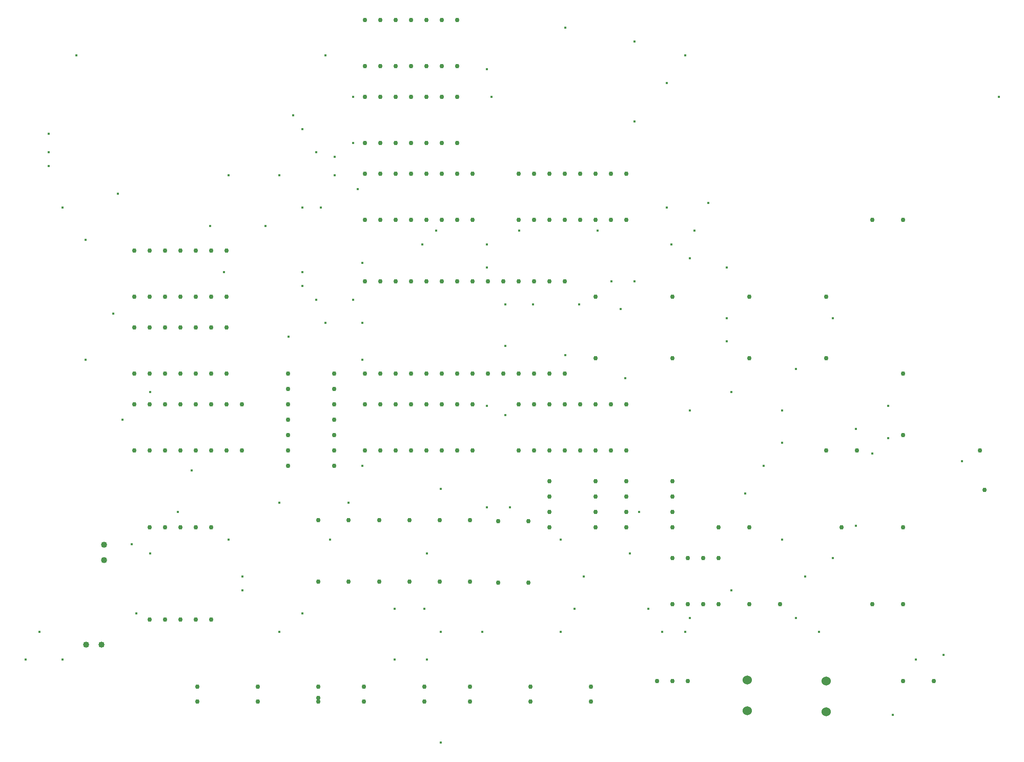
<source format=gbr>
G04 PROTEUS GERBER X2 FILE*
%TF.GenerationSoftware,Labcenter,Proteus,8.16-SP3-Build36097*%
%TF.CreationDate,2024-05-06T12:20:01+00:00*%
%TF.FileFunction,Plated,1,2,PTH*%
%TF.FilePolarity,Positive*%
%TF.Part,Single*%
%TF.SameCoordinates,{807a0646-054e-4b8c-a3a0-1762012dc6c7}*%
%FSLAX45Y45*%
%MOMM*%
G01*
%TA.AperFunction,ViaDrill*%
%ADD56C,0.381000*%
%TA.AperFunction,ComponentDrill*%
%ADD57C,0.762000*%
%ADD58C,1.524000*%
%ADD59C,1.016000*%
%TA.AperFunction,OtherDrill,Unknown*%
%ADD60C,0.762000*%
%TD.AperFunction*%
D56*
X+3657600Y-2133600D03*
X-7086600Y-2209800D03*
X+5152000Y-711200D03*
X-1981200Y-1295400D03*
X-6096000Y-990600D03*
X+2438400Y+3429000D03*
X-1981200Y-5486400D03*
X-4648200Y-1524000D03*
X-4648200Y-3657600D03*
X+1219200Y+6096000D03*
X-1295400Y-3657600D03*
X-1219200Y-1600200D03*
X-1981200Y-3657600D03*
X+1219200Y+4775200D03*
X-5791200Y+3048000D03*
X-4876800Y+3048000D03*
X-8001000Y+5867400D03*
X-3886200Y+5867400D03*
X+1752600Y+3352800D03*
X+1752600Y+5410200D03*
X-3505200Y-1524000D03*
X-6324600Y-1676400D03*
X-7239000Y-152400D03*
X-6781800Y+304800D03*
X-7391400Y+1600200D03*
X+6324600Y-4038600D03*
X+228600Y-3276600D03*
X+1447800Y-3276600D03*
X-5486400Y+3886200D03*
X-4648200Y+3886200D03*
X-4495800Y+1219200D03*
X-4419600Y+4876800D03*
X+76200Y+6324600D03*
X-4038600Y+1828800D03*
X-6781800Y-2362200D03*
X-2209800Y-2362200D03*
X+3048000Y-1371600D03*
X+2743200Y+1143000D03*
X-914400Y+1066800D03*
X-3429000Y+1828800D03*
X+76200Y+914400D03*
X+304800Y+1752600D03*
X-457200Y+1752600D03*
X+2209800Y+2971800D03*
X+609600Y+2971800D03*
X-685800Y+2971800D03*
X+5867400Y-4114800D03*
X+4495800Y+1524000D03*
X+2743200Y+1524000D03*
X+2743200Y+2362200D03*
X+1219200Y+2133600D03*
X+838200Y+2133600D03*
X-914400Y+1752600D03*
X-1219200Y+5638800D03*
X+7239000Y+5181600D03*
X-1143000Y+5181600D03*
X-3733800Y+4191000D03*
X-8458200Y+4038600D03*
X-3276600Y+2438400D03*
X-7848600Y+2819400D03*
X-7848600Y+838200D03*
X-5257800Y-2971800D03*
X-5257800Y-2743200D03*
X+1828800Y+2743200D03*
X-2057400Y+2971800D03*
X+990600Y+1676400D03*
X-1219200Y+2362200D03*
X-1219200Y+2743200D03*
X-2286000Y+2743200D03*
X+3657600Y-533400D03*
X+3657600Y+0D03*
X+2133600Y+0D03*
X+2133600Y+2514600D03*
X-8610600Y-3657600D03*
X-8458200Y+4267200D03*
X-4038600Y+4267200D03*
X-3352800Y+3657600D03*
X+1066800Y+533400D03*
X+5410200Y+76200D03*
X-914400Y-76200D03*
X-838200Y-1600200D03*
X+4876800Y-304800D03*
X+5410200Y-457200D03*
X+6629400Y-838200D03*
X-2209800Y-4114800D03*
X-2743200Y-4114800D03*
X-2743200Y-3276600D03*
X-2250000Y-3276600D03*
X+4876800Y-1905000D03*
X+2819400Y-2971800D03*
X+1143000Y-2362200D03*
X+1295400Y-1676400D03*
X+5486400Y-5029200D03*
X+2819400Y+304800D03*
X+3886200Y-3429000D03*
X+2133600Y-3429000D03*
X+3886200Y+685800D03*
X+4495800Y-2438400D03*
X+0Y-2133600D03*
X+0Y-3657600D03*
X+1676400Y-3657600D03*
X+2057400Y-3657600D03*
X+4267200Y-3657600D03*
X+3352800Y-914400D03*
X+381000Y-2743200D03*
X+4038600Y-2743200D03*
X-7010400Y-3352800D03*
X-4267200Y+2057400D03*
X-4267200Y-3352800D03*
X-3810000Y-2133600D03*
X-5486400Y-2133600D03*
X-4267200Y+4648200D03*
X-4267200Y+3352800D03*
X-8229600Y+3352800D03*
X-8229600Y-4114800D03*
X-8839200Y-4114800D03*
X-8458200Y+4572000D03*
X-3429000Y+4419600D03*
X+2057400Y+5867400D03*
X-3276600Y-914400D03*
X-5562600Y+2286000D03*
X-4267200Y+2286000D03*
X-3276600Y+1447800D03*
X-3276600Y+838200D03*
X-3886200Y+1447800D03*
X-3733800Y+3886200D03*
X-1219200Y+76200D03*
X-3429000Y+5181600D03*
X-7315200Y+3581400D03*
X-3962400Y+3352800D03*
D57*
X-534482Y-1828882D03*
X-534482Y-2844882D03*
X-1034482Y-1828882D03*
X-1034482Y-2844882D03*
X-1500000Y-1810400D03*
X-1500000Y-2826400D03*
X-2000000Y-1810400D03*
X-2000000Y-2826400D03*
X-2500000Y-1810400D03*
X-2500000Y-2826400D03*
X-3000000Y-1810400D03*
X-3000000Y-2826400D03*
X-3500000Y-1810400D03*
X-3500000Y-2826400D03*
X-4000000Y-1810400D03*
X-4000000Y-2826400D03*
X+500000Y-4560400D03*
X+500000Y-4810400D03*
X-500000Y-4560400D03*
X-500000Y-4810400D03*
X-1500000Y-4560400D03*
X-1500000Y-4810400D03*
X-2250000Y-4560400D03*
X-2250000Y-4810400D03*
X-3250000Y-4560400D03*
X-3250000Y-4810400D03*
X-4000000Y-4560400D03*
X-4000000Y-4810400D03*
X-5000000Y-4560400D03*
X-5000000Y-4810400D03*
X-6000000Y-4560400D03*
X-6000000Y-4810400D03*
X-3230000Y+609600D03*
X-2976000Y+609600D03*
X-2722000Y+609600D03*
X-2468000Y+609600D03*
X-2214000Y+609600D03*
X-1960000Y+609600D03*
X-1706000Y+609600D03*
X-1452000Y+609600D03*
X-1198000Y+609600D03*
X-944000Y+609600D03*
X-690000Y+609600D03*
X-436000Y+609600D03*
X-182000Y+609600D03*
X+72000Y+609600D03*
X+72000Y+2133600D03*
X-182000Y+2133600D03*
X-436000Y+2133600D03*
X-690000Y+2133600D03*
X-944000Y+2133600D03*
X-1198000Y+2133600D03*
X-1452000Y+2133600D03*
X-1706000Y+2133600D03*
X-1960000Y+2133600D03*
X-2214000Y+2133600D03*
X-2468000Y+2133600D03*
X-2722000Y+2133600D03*
X-2976000Y+2133600D03*
X-3230000Y+2133600D03*
X-6532000Y-3454400D03*
X-6786000Y-3454400D03*
X-6532000Y-1930400D03*
X-6278000Y-3454400D03*
X-6278000Y-1930400D03*
X-6024000Y-1930400D03*
X-6786000Y-1930400D03*
X-5770000Y-1930400D03*
X-5770000Y-3454400D03*
X-6024000Y-3454400D03*
X-3230000Y-660400D03*
X-2976000Y-660400D03*
X-2722000Y-660400D03*
X-2468000Y-660400D03*
X-2214000Y-660400D03*
X-1960000Y-660400D03*
X-1706000Y-660400D03*
X-1452000Y-660400D03*
X-1452000Y+101600D03*
X-1706000Y+101600D03*
X-1960000Y+101600D03*
X-2214000Y+101600D03*
X-2468000Y+101600D03*
X-2722000Y+101600D03*
X-2976000Y+101600D03*
X-3230000Y+101600D03*
X-3230000Y+3149600D03*
X-2976000Y+3149600D03*
X-2722000Y+3149600D03*
X-2468000Y+3149600D03*
X-2214000Y+3149600D03*
X-1960000Y+3149600D03*
X-1706000Y+3149600D03*
X-1452000Y+3149600D03*
X-1452000Y+3911600D03*
X-1706000Y+3911600D03*
X-1960000Y+3911600D03*
X-2214000Y+3911600D03*
X-2468000Y+3911600D03*
X-2722000Y+3911600D03*
X-2976000Y+3911600D03*
X-3230000Y+3911600D03*
X-690000Y-660400D03*
X-436000Y-660400D03*
X-182000Y-660400D03*
X+72000Y-660400D03*
X+326000Y-660400D03*
X+580000Y-660400D03*
X+834000Y-660400D03*
X+1088000Y-660400D03*
X+1088000Y+101600D03*
X+834000Y+101600D03*
X+580000Y+101600D03*
X+326000Y+101600D03*
X+72000Y+101600D03*
X-182000Y+101600D03*
X-436000Y+101600D03*
X-690000Y+101600D03*
X-690000Y+3149600D03*
X-436000Y+3149600D03*
X-182000Y+3149600D03*
X+72000Y+3149600D03*
X+326000Y+3149600D03*
X+580000Y+3149600D03*
X+834000Y+3149600D03*
X+1088000Y+3149600D03*
X+1088000Y+3911600D03*
X+834000Y+3911600D03*
X+580000Y+3911600D03*
X+326000Y+3911600D03*
X+72000Y+3911600D03*
X-182000Y+3911600D03*
X-436000Y+3911600D03*
X-690000Y+3911600D03*
X-4500000Y+609600D03*
X-4500000Y+355600D03*
X-4500000Y+101600D03*
X-4500000Y-152400D03*
X-4500000Y-406400D03*
X-4500000Y-660400D03*
X-4500000Y-914400D03*
X-3738000Y-914400D03*
X-3738000Y-660400D03*
X-3738000Y-406400D03*
X-3738000Y-152400D03*
X-3738000Y+101600D03*
X-3738000Y+355600D03*
X-3738000Y+609600D03*
X-3230000Y+4419600D03*
X-2976000Y+4419600D03*
X-2722000Y+4419600D03*
X-2468000Y+4419600D03*
X-2214000Y+4419600D03*
X-1960000Y+4419600D03*
X-1706000Y+4419600D03*
X-1706000Y+5181600D03*
X-1960000Y+5181600D03*
X-2214000Y+5181600D03*
X-2468000Y+5181600D03*
X-2722000Y+5181600D03*
X-2976000Y+5181600D03*
X-3230000Y+5181600D03*
X-7040000Y-660400D03*
X-6786000Y-660400D03*
X-6532000Y-660400D03*
X-6278000Y-660400D03*
X-6024000Y-660400D03*
X-5770000Y-660400D03*
X-5516000Y-660400D03*
X-5262000Y-660400D03*
X-5262000Y+101600D03*
X-5516000Y+101600D03*
X-5770000Y+101600D03*
X-6024000Y+101600D03*
X-6278000Y+101600D03*
X-6532000Y+101600D03*
X-6786000Y+101600D03*
X-7040000Y+101600D03*
X-3230000Y+5689600D03*
X-2976000Y+5689600D03*
X-2722000Y+5689600D03*
X-2468000Y+5689600D03*
X-2214000Y+5689600D03*
X-1960000Y+5689600D03*
X-1706000Y+5689600D03*
X-1706000Y+6451600D03*
X-1960000Y+6451600D03*
X-2214000Y+6451600D03*
X-2468000Y+6451600D03*
X-2722000Y+6451600D03*
X-2976000Y+6451600D03*
X-3230000Y+6451600D03*
X-7040000Y+609600D03*
X-6786000Y+609600D03*
X-6532000Y+609600D03*
X-6278000Y+609600D03*
X-6024000Y+609600D03*
X-5770000Y+609600D03*
X-5516000Y+609600D03*
X-5516000Y+1371600D03*
X-5770000Y+1371600D03*
X-6024000Y+1371600D03*
X-6278000Y+1371600D03*
X-6532000Y+1371600D03*
X-6786000Y+1371600D03*
X-7040000Y+1371600D03*
X-7040000Y+1879600D03*
X-6786000Y+1879600D03*
X-6532000Y+1879600D03*
X-6278000Y+1879600D03*
X-6024000Y+1879600D03*
X-5770000Y+1879600D03*
X-5516000Y+1879600D03*
X-5516000Y+2641600D03*
X-5770000Y+2641600D03*
X-6024000Y+2641600D03*
X-6278000Y+2641600D03*
X-6532000Y+2641600D03*
X-6786000Y+2641600D03*
X-7040000Y+2641600D03*
D58*
X+3080000Y-4450400D03*
X+3080000Y-4958400D03*
X+4390000Y-4470400D03*
X+4390000Y-4978400D03*
D57*
X+2104000Y-4470400D03*
X+1850000Y-4470400D03*
X+1596000Y-4470400D03*
X+580000Y-1930400D03*
X+580000Y-1676400D03*
X+580000Y-1422400D03*
X+580000Y-1168400D03*
X-182000Y-1168400D03*
X-182000Y-1422400D03*
X-182000Y-1676400D03*
X-182000Y-1930400D03*
X+1850000Y-3200400D03*
X+2104000Y-3200400D03*
X+2358000Y-3200400D03*
X+2612000Y-3200400D03*
X+2612000Y-2438400D03*
X+2358000Y-2438400D03*
X+2104000Y-2438400D03*
X+1850000Y-2438400D03*
X+1850000Y-1930400D03*
X+1850000Y-1676400D03*
X+1850000Y-1422400D03*
X+1850000Y-1168400D03*
X+1088000Y-1168400D03*
X+1088000Y-1422400D03*
X+1088000Y-1676400D03*
X+1088000Y-1930400D03*
D59*
X-7540000Y-2470400D03*
X-7540000Y-2216400D03*
X-7840000Y-3870400D03*
X-7586000Y-3870400D03*
D57*
X+4390000Y+1879600D03*
X+4390000Y+863600D03*
X+3120000Y+1879600D03*
X+3120000Y+863600D03*
X+1850000Y+1879600D03*
X+1850000Y+863600D03*
X+580000Y+1879600D03*
X+580000Y+863600D03*
X+5660000Y+609600D03*
X+5660000Y-406400D03*
X+5660000Y-1930400D03*
X+4644000Y-1930400D03*
X+4390000Y-660400D03*
X+4898000Y-660400D03*
X+5660000Y+3149600D03*
X+5152000Y+3149600D03*
X+5660000Y-3200400D03*
X+5152000Y-3200400D03*
X+3120000Y-3200400D03*
X+3628000Y-3200400D03*
X+5660000Y-4470400D03*
X+6168000Y-4470400D03*
X+3120000Y-1930400D03*
X+2612000Y-1930400D03*
X+7000000Y-1310400D03*
X+6930000Y-660400D03*
D60*
X-4000000Y-4750000D03*
M02*

</source>
